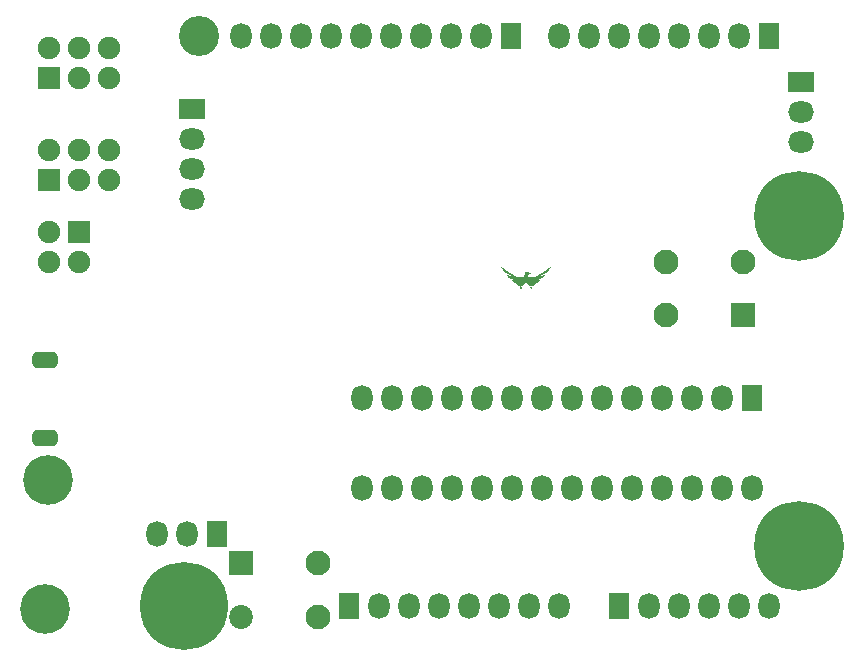
<source format=gbs>
G04*
G04 #@! TF.GenerationSoftware,Altium Limited,Altium Designer,22.11.1 (43)*
G04*
G04 Layer_Color=16711935*
%FSLAX44Y44*%
%MOMM*%
G71*
G04*
G04 #@! TF.SameCoordinates,2AA7A9AF-3E7F-4844-AC60-F76D4B8FDDD6*
G04*
G04*
G04 #@! TF.FilePolarity,Negative*
G04*
G01*
G75*
%ADD57C,3.4000*%
%ADD58C,1.9000*%
%ADD59R,1.9000X1.9000*%
%ADD60O,1.8000X2.2000*%
%ADD61R,1.8000X2.2000*%
%ADD62R,2.2000X1.8000*%
%ADD63O,2.2000X1.8000*%
%ADD64C,4.2040*%
%ADD65C,7.4600*%
%ADD66C,7.6000*%
%ADD67C,2.1000*%
%ADD68R,2.1000X2.1000*%
%ADD69C,2.0200*%
G04:AMPARAMS|DCode=70|XSize=2.2mm|YSize=1.4mm|CornerRadius=0.46mm|HoleSize=0mm|Usage=FLASHONLY|Rotation=0.000|XOffset=0mm|YOffset=0mm|HoleType=Round|Shape=RoundedRectangle|*
%AMROUNDEDRECTD70*
21,1,2.2000,0.4800,0,0,0.0*
21,1,1.2800,1.4000,0,0,0.0*
1,1,0.9200,0.6400,-0.2400*
1,1,0.9200,-0.6400,-0.2400*
1,1,0.9200,-0.6400,0.2400*
1,1,0.9200,0.6400,0.2400*
%
%ADD70ROUNDEDRECTD70*%
G36*
X352439Y309117D02*
X352407Y309148D01*
X352439Y309180D01*
X352470Y309148D01*
X352439Y309117D01*
D02*
G37*
G36*
X366227Y309879D02*
X366386Y309847D01*
X366227Y309816D01*
X366195Y309847D01*
X366227Y309879D01*
D02*
G37*
G36*
X369500Y313914D02*
X369531Y313946D01*
X369563Y313914D01*
X369531Y313882D01*
X369500Y313914D01*
D02*
G37*
G36*
X425774Y294368D02*
X425742Y294336D01*
X425729Y294310D01*
X425709Y294291D01*
X425618Y294251D01*
X425586Y294258D01*
X425599Y294362D01*
X425625Y294427D01*
X425612Y294622D01*
X425586Y294648D01*
X425573Y294674D01*
X425521Y294752D01*
X425508Y294778D01*
X425475Y294823D01*
X425449Y294836D01*
X425410Y294875D01*
X425384Y294888D01*
X425365Y294907D01*
X425352Y294933D01*
X425332Y294953D01*
X425307Y294966D01*
X425216Y295005D01*
X425073Y294992D01*
X425040Y294960D01*
X425014Y294856D01*
X425001Y294674D01*
X424988Y294635D01*
X424956Y294485D01*
X424943Y294420D01*
X424923Y294349D01*
X424910Y294297D01*
X424884Y294206D01*
X424845Y294141D01*
X424826Y294135D01*
X424806Y294154D01*
X424780Y294258D01*
X424761Y294537D01*
X424748Y294602D01*
X424689Y294791D01*
X424644Y295005D01*
X424612Y295050D01*
X424566Y295070D01*
X424462Y295005D01*
X424371Y294953D01*
X424300Y294882D01*
X424287Y294856D01*
X424248Y294765D01*
X424235Y294739D01*
X424170Y294648D01*
X424150Y294563D01*
X424118Y294271D01*
X424085Y294239D01*
X424007Y294251D01*
X423982Y294277D01*
X423955Y294291D01*
X423936Y294310D01*
X423910Y294375D01*
X423832Y294518D01*
X423793Y294609D01*
X423780Y294778D01*
X423793Y295050D01*
X423806Y295089D01*
X423819Y295141D01*
X423852Y295226D01*
X423917Y295369D01*
X423949Y295414D01*
X424624Y296090D01*
X424650Y296155D01*
X424689Y296427D01*
X424702Y296479D01*
X424728Y296544D01*
X424748Y296616D01*
X424761Y296668D01*
X424774Y296733D01*
X424787Y296811D01*
X424800Y296876D01*
X424839Y296980D01*
X424884Y297129D01*
X424910Y297311D01*
X424943Y297395D01*
X424969Y297460D01*
X424988Y297519D01*
X425014Y297623D01*
X425034Y297746D01*
X425047Y297824D01*
X425060Y297876D01*
X425125Y298019D01*
X425138Y298084D01*
X425164Y298253D01*
X425190Y298356D01*
X425222Y298441D01*
X425261Y298571D01*
X425274Y298623D01*
X425294Y298746D01*
X425307Y298798D01*
X425332Y298863D01*
X425378Y299013D01*
X425404Y299168D01*
X425417Y299220D01*
X425521Y299545D01*
X425534Y299636D01*
X425553Y299746D01*
X425599Y299818D01*
X425625Y299883D01*
X425612Y300000D01*
X425592Y300019D01*
X425553Y300006D01*
X425521Y299922D01*
X425508Y299857D01*
X425488Y299824D01*
X425462Y299811D01*
X425404Y299766D01*
X425378Y299675D01*
X425365Y299623D01*
X425313Y299532D01*
X425274Y299493D01*
X425248Y299428D01*
X425216Y299344D01*
X425183Y299311D01*
X425170Y299285D01*
X425144Y299220D01*
X425112Y299136D01*
X425060Y299058D01*
X425040Y299038D01*
X424982Y298876D01*
X424949Y298831D01*
X424923Y298805D01*
X424897Y298740D01*
X424852Y298616D01*
X424819Y298571D01*
X424793Y298545D01*
X424767Y298480D01*
X424754Y298428D01*
X424702Y298337D01*
X424650Y298259D01*
X424637Y298207D01*
X424605Y298123D01*
X424573Y298077D01*
X424547Y298051D01*
X424521Y297986D01*
X424475Y297863D01*
X424456Y297843D01*
X424443Y297817D01*
X424417Y297791D01*
X424391Y297726D01*
X424371Y297655D01*
X424326Y297584D01*
X424300Y297558D01*
X424248Y297441D01*
X424235Y297415D01*
X424157Y297298D01*
X424111Y297174D01*
X424066Y297103D01*
X424040Y297077D01*
X423982Y296915D01*
X423910Y296817D01*
X423891Y296746D01*
X423865Y296681D01*
X423819Y296609D01*
X423780Y296544D01*
X423735Y296421D01*
X423683Y296343D01*
X423663Y296324D01*
X423644Y296252D01*
X423618Y296187D01*
X423553Y296083D01*
X423533Y296038D01*
X423501Y295992D01*
X423449Y295979D01*
X423410Y295992D01*
X423377Y296012D01*
X423364Y296038D01*
X423293Y296109D01*
X423202Y296161D01*
X423137Y296226D01*
X423111Y296239D01*
X423040Y296297D01*
X423007Y296330D01*
X422981Y296343D01*
X422897Y296401D01*
X422884Y296427D01*
X422851Y296460D01*
X422734Y296525D01*
X422657Y296603D01*
X422566Y296655D01*
X422533Y296687D01*
X422527Y296707D01*
X422501Y296720D01*
X422475Y296746D01*
X422449Y296759D01*
X422416Y296778D01*
X422403Y296804D01*
X422384Y296824D01*
X422358Y296837D01*
X422267Y296901D01*
X422202Y296966D01*
X422111Y297019D01*
X422085Y297044D01*
X422059Y297057D01*
X422020Y297096D01*
X421994Y297109D01*
X421922Y297168D01*
X421877Y297213D01*
X421851Y297226D01*
X421780Y297285D01*
X421721Y297343D01*
X421630Y297395D01*
X421565Y297460D01*
X421539Y297473D01*
X421448Y297538D01*
X421384Y297603D01*
X421357Y297616D01*
X421286Y297675D01*
X421254Y297707D01*
X421228Y297720D01*
X421111Y297811D01*
X421085Y297837D01*
X421059Y297850D01*
X420942Y297941D01*
X420916Y297967D01*
X420825Y298019D01*
X420747Y298097D01*
X420721Y298110D01*
X420649Y298168D01*
X420591Y298227D01*
X420500Y298279D01*
X420487Y298305D01*
X420461Y298318D01*
X420422Y298356D01*
X420357Y298395D01*
X420305Y298447D01*
X420279Y298460D01*
X420162Y298551D01*
X420123Y298590D01*
X420097Y298603D01*
X420026Y298662D01*
X419994Y298694D01*
X419967Y298707D01*
X419851Y298798D01*
X419825Y298824D01*
X419799Y298837D01*
X419675Y298922D01*
X419662Y298948D01*
X419545Y299025D01*
X419532Y299051D01*
X419500Y299084D01*
X419474Y299097D01*
X419357Y299188D01*
X419331Y299214D01*
X419240Y299266D01*
X419208Y299285D01*
X419195Y299311D01*
X419175Y299331D01*
X419149Y299344D01*
X419058Y299409D01*
X418993Y299474D01*
X418928Y299513D01*
X418850Y299590D01*
X418785Y299629D01*
X418720Y299694D01*
X418694Y299708D01*
X418604Y299759D01*
X418513Y299850D01*
X418487Y299863D01*
X418415Y299922D01*
X418383Y299954D01*
X418357Y299967D01*
X418285Y300026D01*
X418227Y300084D01*
X418110Y300149D01*
X418045Y300214D01*
X418019Y300227D01*
X417948Y300285D01*
X417902Y300331D01*
X417876Y300344D01*
X417805Y300402D01*
X417759Y300448D01*
X417733Y300461D01*
X417642Y300526D01*
X417577Y300591D01*
X417486Y300643D01*
X417434Y300695D01*
X417408Y300708D01*
X417318Y300773D01*
X417253Y300838D01*
X417227Y300851D01*
X417155Y300909D01*
X417097Y300968D01*
X417006Y301019D01*
X416941Y301084D01*
X416915Y301097D01*
X416824Y301162D01*
X416759Y301227D01*
X416694Y301266D01*
X416629Y301331D01*
X416603Y301344D01*
X416486Y301435D01*
X416460Y301461D01*
X416395Y301500D01*
X416356Y301539D01*
X416330Y301552D01*
X416291Y301591D01*
X416200Y301643D01*
X416135Y301708D01*
X416070Y301747D01*
X416038Y301779D01*
X416025Y301805D01*
X415947Y301883D01*
X415953Y301929D01*
X416045Y301916D01*
X416070Y301890D01*
X416122Y301877D01*
X416213Y301851D01*
X416265Y301838D01*
X416356Y301825D01*
X416434Y301812D01*
X416473Y301799D01*
X416603Y301747D01*
X416688Y301727D01*
X416921Y301688D01*
X416993Y301669D01*
X417084Y301643D01*
X417214Y301604D01*
X417304Y301591D01*
X417356Y301578D01*
X417460Y301565D01*
X417590Y301513D01*
X417681Y301487D01*
X417733Y301474D01*
X417824Y301461D01*
X417934Y301442D01*
X417986Y301429D01*
X418051Y301403D01*
X418201Y301357D01*
X418253Y301344D01*
X418428Y301325D01*
X418493Y301312D01*
X418597Y301273D01*
X418708Y301240D01*
X418759Y301227D01*
X418850Y301214D01*
X419000Y301182D01*
X419227Y301110D01*
X419448Y301071D01*
X419500Y301058D01*
X419578Y301045D01*
X419721Y300980D01*
X419773Y300968D01*
X419981Y300980D01*
X420000Y301000D01*
X419987Y301052D01*
X419967Y301071D01*
X419877Y301097D01*
X419760Y301110D01*
X419636Y301195D01*
X419552Y301227D01*
X419467Y301247D01*
X419415Y301260D01*
X419253Y301344D01*
X419169Y301364D01*
X418954Y301461D01*
X418870Y301481D01*
X418785Y301513D01*
X418694Y301578D01*
X418623Y301597D01*
X418558Y301611D01*
X418493Y301637D01*
X418415Y301688D01*
X418331Y301721D01*
X418233Y301740D01*
X418188Y301760D01*
X418097Y301825D01*
X418013Y301844D01*
X417948Y301857D01*
X417883Y301883D01*
X417850Y301916D01*
X417824Y301929D01*
X417733Y301968D01*
X417649Y301987D01*
X417545Y302026D01*
X417525Y302046D01*
X417434Y302085D01*
X417350Y302104D01*
X417285Y302130D01*
X417240Y302163D01*
X417123Y302215D01*
X417038Y302234D01*
X416973Y302260D01*
X416876Y302318D01*
X416785Y302344D01*
X416733Y302358D01*
X416648Y302390D01*
X416571Y302442D01*
X416512Y302461D01*
X416460Y302474D01*
X416376Y302507D01*
X416298Y302559D01*
X416187Y302591D01*
X416103Y302611D01*
X416038Y302637D01*
X416018Y302656D01*
X415993Y302669D01*
X415902Y302708D01*
X415850Y302721D01*
X415778Y302741D01*
X415700Y302793D01*
X415642Y302825D01*
X415538Y302851D01*
X415466Y302871D01*
X415395Y302916D01*
X415278Y302968D01*
X415168Y302987D01*
X415064Y303052D01*
X415044Y303072D01*
X414888Y303111D01*
X414668Y303215D01*
X414583Y303234D01*
X414518Y303260D01*
X414440Y303312D01*
X414317Y303358D01*
X414245Y303416D01*
X414167Y303494D01*
X414154Y303520D01*
X414025Y303650D01*
X414011Y303676D01*
X413933Y303754D01*
X413921Y303780D01*
X413849Y303851D01*
X413823Y303864D01*
X413771Y303942D01*
X413700Y304014D01*
X413687Y304040D01*
X413615Y304111D01*
X413589Y304124D01*
X413518Y304235D01*
X413323Y304429D01*
X413258Y304546D01*
X413213Y304579D01*
X413141Y304650D01*
X413128Y304676D01*
X413063Y304741D01*
X413024Y304806D01*
X412992Y304839D01*
X412966Y304852D01*
X412920Y304897D01*
X412907Y304923D01*
X412842Y304988D01*
X412829Y305014D01*
X412771Y305085D01*
X412700Y305144D01*
X412608Y305261D01*
X412557Y305313D01*
X412544Y305339D01*
X412440Y305443D01*
X412427Y305469D01*
X412368Y305540D01*
X412297Y305611D01*
X412284Y305637D01*
X412180Y305741D01*
X412167Y305767D01*
X412108Y305839D01*
X412082Y305852D01*
X412018Y305930D01*
X411946Y306001D01*
X411933Y306027D01*
X411829Y306131D01*
X411816Y306183D01*
X411836Y306216D01*
X411965Y306203D01*
X412030Y306177D01*
X412102Y306157D01*
X412186Y306112D01*
X412277Y306086D01*
X412329Y306073D01*
X412414Y306053D01*
X412479Y306027D01*
X412615Y305969D01*
X412700Y305949D01*
X412764Y305936D01*
X412868Y305897D01*
X413005Y305839D01*
X413154Y305806D01*
X413219Y305780D01*
X413290Y305748D01*
X413355Y305722D01*
X413427Y305702D01*
X413505Y305690D01*
X413609Y305651D01*
X413745Y305592D01*
X413830Y305572D01*
X413895Y305560D01*
X413998Y305521D01*
X414109Y305475D01*
X414200Y305449D01*
X414284Y305430D01*
X414349Y305404D01*
X414486Y305345D01*
X414570Y305326D01*
X414635Y305313D01*
X414739Y305274D01*
X414875Y305215D01*
X415025Y305183D01*
X415090Y305157D01*
X415161Y305124D01*
X415226Y305098D01*
X415298Y305079D01*
X415375Y305066D01*
X415427Y305053D01*
X415564Y304981D01*
X415655Y304956D01*
X415707Y304942D01*
X415791Y304923D01*
X415928Y304852D01*
X416031Y304826D01*
X416142Y304806D01*
X416207Y304780D01*
X416226Y304761D01*
X416317Y304722D01*
X416519Y304676D01*
X416584Y304650D01*
X416746Y304579D01*
X416947Y304533D01*
X416993Y304501D01*
X417019Y304475D01*
X417071Y304462D01*
X417162Y304449D01*
X417240Y304475D01*
X417246Y304533D01*
X417201Y304579D01*
X417116Y304598D01*
X417051Y304624D01*
X416980Y304696D01*
X416889Y304735D01*
X416798Y304787D01*
X416720Y304839D01*
X416668Y304852D01*
X416545Y304936D01*
X416473Y304968D01*
X416356Y305033D01*
X416330Y305059D01*
X416239Y305098D01*
X416174Y305137D01*
X416135Y305176D01*
X416109Y305189D01*
X416045Y305215D01*
X415928Y305280D01*
X415889Y305319D01*
X415765Y305365D01*
X415720Y305397D01*
X415681Y305436D01*
X415590Y305475D01*
X415525Y305514D01*
X415434Y305579D01*
X415363Y305599D01*
X415285Y305651D01*
X415271Y305676D01*
X415200Y305709D01*
X415148Y305722D01*
X415083Y305761D01*
X415031Y305813D01*
X414966Y305839D01*
X414849Y305904D01*
X414810Y305943D01*
X414758Y305956D01*
X414641Y306021D01*
X414616Y306047D01*
X414590Y306060D01*
X414421Y306151D01*
X414382Y306190D01*
X414258Y306235D01*
X414213Y306268D01*
X414174Y306306D01*
X414109Y306332D01*
X414018Y306384D01*
X413927Y306449D01*
X413856Y306469D01*
X413810Y306488D01*
X413745Y306553D01*
X413654Y306592D01*
X413589Y306618D01*
X413518Y306677D01*
X413446Y306709D01*
X413330Y306774D01*
X413290Y306813D01*
X413226Y306839D01*
X413135Y306891D01*
X413109Y306917D01*
X413083Y306930D01*
X412992Y306969D01*
X412901Y307021D01*
X412862Y307060D01*
X412771Y307099D01*
X412680Y307151D01*
X412654Y307177D01*
X412563Y307216D01*
X412498Y307255D01*
X412407Y307320D01*
X412323Y307352D01*
X412251Y307398D01*
X412225Y307424D01*
X412199Y307437D01*
X412108Y307476D01*
X412082Y307489D01*
X412011Y307547D01*
X411992Y307567D01*
X411868Y307612D01*
X411823Y307645D01*
X411797Y307670D01*
X411771Y307684D01*
X411706Y307709D01*
X411615Y307761D01*
X411576Y307800D01*
X411550Y307813D01*
X411420Y307865D01*
X411348Y307924D01*
X411193Y308002D01*
X411173Y308021D01*
X411147Y308034D01*
X411121Y308060D01*
X410991Y308112D01*
X410946Y308145D01*
X410939Y308164D01*
X410913Y308177D01*
X410744Y308268D01*
X410718Y308294D01*
X410692Y308307D01*
X410628Y308333D01*
X410511Y308398D01*
X410472Y308437D01*
X410348Y308482D01*
X410303Y308515D01*
X410251Y308567D01*
X410199Y308580D01*
X410114Y308612D01*
X410056Y308671D01*
X409965Y308723D01*
X409933Y308755D01*
X409881Y308846D01*
X409829Y308924D01*
X409796Y309009D01*
X409731Y309112D01*
X409634Y309288D01*
X409582Y309366D01*
X409543Y309470D01*
X409484Y309541D01*
X409439Y309652D01*
X409400Y309716D01*
X409374Y309742D01*
X409361Y309768D01*
X409335Y309794D01*
X409322Y309846D01*
X409290Y309931D01*
X409218Y310002D01*
X409192Y310067D01*
X409173Y310139D01*
X409140Y310184D01*
X409101Y310223D01*
X409049Y310353D01*
X409036Y310379D01*
X409010Y310405D01*
X409004Y310424D01*
X408984Y310431D01*
X408971Y310457D01*
X408932Y310548D01*
X408880Y310639D01*
X408828Y310717D01*
X408796Y310801D01*
X408744Y310879D01*
X408725Y310898D01*
X408685Y310989D01*
X408633Y311080D01*
X408595Y311119D01*
X408549Y311243D01*
X408517Y311288D01*
X408491Y311314D01*
X408478Y311340D01*
X408439Y311431D01*
X408387Y311522D01*
X408348Y311561D01*
X408322Y311626D01*
X408309Y311678D01*
X408257Y311769D01*
X408205Y311821D01*
X408159Y311944D01*
X408101Y312003D01*
X408062Y312094D01*
X408030Y312178D01*
X407984Y312224D01*
X407932Y312341D01*
X407919Y312367D01*
X407861Y312438D01*
X407828Y312509D01*
X407796Y312594D01*
X407750Y312639D01*
X407737Y312665D01*
X407685Y312782D01*
X407646Y312847D01*
X407594Y312899D01*
X407568Y312990D01*
X407516Y313081D01*
X407464Y313133D01*
X407445Y313217D01*
X407380Y313321D01*
X407360Y313341D01*
X407347Y313367D01*
X407257Y313536D01*
X407218Y313562D01*
X407192Y313626D01*
X407179Y313678D01*
X407185Y313724D01*
X407263Y313711D01*
X407309Y313678D01*
X407322Y313652D01*
X407380Y313581D01*
X407406Y313555D01*
X407432Y313542D01*
X407464Y313510D01*
X407477Y313484D01*
X407542Y313419D01*
X407555Y313393D01*
X407653Y313295D01*
X407679Y313282D01*
X408276Y312685D01*
X408302Y312672D01*
X408406Y312568D01*
X408432Y312555D01*
X408504Y312496D01*
X408692Y312308D01*
X408718Y312295D01*
X408796Y312217D01*
X408822Y312204D01*
X408848Y312178D01*
X408874Y312165D01*
X408919Y312120D01*
X408932Y312094D01*
X408952Y312074D01*
X408978Y312061D01*
X409049Y312003D01*
X409108Y311944D01*
X409134Y311931D01*
X409179Y311886D01*
X409192Y311860D01*
X409225Y311827D01*
X409315Y311775D01*
X409335Y311756D01*
X409348Y311730D01*
X409393Y311697D01*
X409465Y311639D01*
X409523Y311581D01*
X409549Y311568D01*
X409575Y311542D01*
X409601Y311529D01*
X409666Y311464D01*
X409692Y311451D01*
X409777Y311392D01*
X409790Y311366D01*
X409835Y311321D01*
X409900Y311282D01*
X409978Y311204D01*
X410004Y311191D01*
X410075Y311132D01*
X410121Y311087D01*
X410147Y311074D01*
X410270Y310989D01*
X410277Y310970D01*
X410303Y310957D01*
X410394Y310892D01*
X410472Y310814D01*
X410537Y310775D01*
X410569Y310743D01*
X410576Y310723D01*
X410602Y310710D01*
X410692Y310645D01*
X410712Y310639D01*
X410725Y310613D01*
X410744Y310593D01*
X410770Y310580D01*
X410887Y310489D01*
X410913Y310463D01*
X410939Y310450D01*
X411030Y310385D01*
X411082Y310333D01*
X411173Y310282D01*
X411238Y310217D01*
X411264Y310204D01*
X411387Y310119D01*
X411420Y310087D01*
X411446Y310074D01*
X411537Y310009D01*
X411589Y309957D01*
X411615Y309944D01*
X411732Y309853D01*
X411758Y309827D01*
X411810Y309814D01*
X411881Y309755D01*
X411914Y309723D01*
X411940Y309710D01*
X412030Y309645D01*
X412095Y309580D01*
X412212Y309515D01*
X412264Y309463D01*
X412381Y309398D01*
X412446Y309333D01*
X412563Y309268D01*
X412615Y309216D01*
X412758Y309138D01*
X412810Y309086D01*
X412927Y309021D01*
X412992Y308957D01*
X413083Y308904D01*
X413122Y308866D01*
X413148Y308853D01*
X413265Y308788D01*
X413330Y308723D01*
X413472Y308645D01*
X413524Y308593D01*
X413589Y308567D01*
X413615Y308554D01*
X413687Y308495D01*
X413719Y308463D01*
X413836Y308398D01*
X413862Y308372D01*
X413888Y308359D01*
X414005Y308294D01*
X414037Y308274D01*
X414050Y308249D01*
X414070Y308229D01*
X414096Y308216D01*
X414239Y308138D01*
X414278Y308099D01*
X414421Y308021D01*
X414473Y307969D01*
X414564Y307930D01*
X414590Y307917D01*
X414661Y307859D01*
X414680Y307839D01*
X414745Y307813D01*
X414810Y307774D01*
X414849Y307735D01*
X414875Y307722D01*
X415018Y307645D01*
X415070Y307593D01*
X415155Y307560D01*
X415233Y307508D01*
X415265Y307476D01*
X415408Y307398D01*
X415447Y307359D01*
X415642Y307255D01*
X415681Y307216D01*
X415746Y307190D01*
X415837Y307138D01*
X415876Y307099D01*
X415941Y307073D01*
X416031Y307021D01*
X416083Y306969D01*
X416168Y306936D01*
X416213Y306917D01*
X416285Y306859D01*
X416304Y306839D01*
X416389Y306807D01*
X416460Y306761D01*
X416486Y306735D01*
X416512Y306722D01*
X416603Y306683D01*
X416629Y306670D01*
X416701Y306612D01*
X416720Y306592D01*
X416843Y306547D01*
X416889Y306514D01*
X416941Y306462D01*
X417012Y306443D01*
X417084Y306397D01*
X417175Y306332D01*
X417246Y306313D01*
X417318Y306268D01*
X417356Y306229D01*
X417421Y306203D01*
X417506Y306170D01*
X417577Y306099D01*
X417642Y306073D01*
X417714Y306053D01*
X417733Y306034D01*
X417759Y306021D01*
X417811Y305969D01*
X417934Y305923D01*
X418013Y305858D01*
X418084Y305826D01*
X418168Y305793D01*
X418188Y305774D01*
X418214Y305761D01*
X418240Y305735D01*
X418331Y305696D01*
X418422Y305644D01*
X418448Y305618D01*
X418539Y305579D01*
X418623Y305547D01*
X418681Y305488D01*
X418708Y305475D01*
X418772Y305449D01*
X418857Y305417D01*
X418902Y305384D01*
X418928Y305358D01*
X418993Y305332D01*
X419110Y305267D01*
X419149Y305228D01*
X419240Y305202D01*
X419324Y305170D01*
X419357Y305137D01*
X419383Y305124D01*
X419409Y305098D01*
X419480Y305079D01*
X419584Y305014D01*
X419617Y304981D01*
X419682Y304956D01*
X419753Y304936D01*
X419825Y304891D01*
X419903Y304839D01*
X419987Y304819D01*
X420091Y304754D01*
X420110Y304735D01*
X420273Y304676D01*
X420351Y304624D01*
X420370Y304605D01*
X420552Y304540D01*
X420604Y304488D01*
X420721Y304436D01*
X420786Y304397D01*
X420864Y304345D01*
X421000Y304312D01*
X421072Y304267D01*
X421150Y304215D01*
X421234Y304196D01*
X421338Y304131D01*
X421357Y304111D01*
X421520Y304053D01*
X421598Y304001D01*
X421617Y303981D01*
X421747Y303942D01*
X421864Y303877D01*
X421929Y303851D01*
X422020Y303838D01*
X422189Y303851D01*
X426950Y303845D01*
X427015Y303871D01*
X427054Y303910D01*
X427132Y304079D01*
X427164Y304228D01*
X427229Y304371D01*
X427262Y304455D01*
X427275Y304507D01*
X427294Y304592D01*
X427365Y304754D01*
X427391Y304845D01*
X427404Y304897D01*
X427417Y304975D01*
X427482Y305079D01*
X427508Y305170D01*
X427534Y305274D01*
X427554Y305345D01*
X427625Y305482D01*
X427645Y305566D01*
X427658Y305644D01*
X427671Y305696D01*
X427697Y305761D01*
X427716Y305780D01*
X427729Y305806D01*
X427768Y305897D01*
X427781Y306001D01*
X427872Y306196D01*
X427885Y306248D01*
X427898Y306339D01*
X427911Y306391D01*
X428015Y306612D01*
X428035Y306709D01*
X428060Y306774D01*
X428119Y306910D01*
X428132Y306963D01*
X428164Y307099D01*
X428190Y307164D01*
X428262Y307326D01*
X428294Y307463D01*
X428314Y307508D01*
X428366Y307625D01*
X428392Y307716D01*
X428424Y307852D01*
X428496Y308002D01*
X428535Y308158D01*
X428567Y308242D01*
X428625Y308340D01*
X428638Y308391D01*
X428658Y308476D01*
X428690Y308521D01*
X428697Y308528D01*
X428729Y308495D01*
X428742Y308443D01*
X428716Y308028D01*
X428729Y307547D01*
X428723Y298928D01*
X428729Y298818D01*
X428671Y298746D01*
X428554Y298655D01*
X428515Y298616D01*
X428424Y298564D01*
X428359Y298499D01*
X428242Y298434D01*
X428216Y298395D01*
X428190Y298382D01*
X428099Y298330D01*
X428035Y298265D01*
X428008Y298253D01*
X427918Y298201D01*
X427840Y298123D01*
X427749Y298071D01*
X427684Y298006D01*
X427541Y297928D01*
X427476Y297863D01*
X427411Y297824D01*
X427359Y297772D01*
X427333Y297759D01*
X427242Y297707D01*
X427190Y297655D01*
X427164Y297642D01*
X427138Y297616D01*
X427047Y297564D01*
X426982Y297499D01*
X426891Y297447D01*
X426826Y297382D01*
X426710Y297317D01*
X426645Y297252D01*
X426528Y297187D01*
X426463Y297122D01*
X426346Y297057D01*
X426294Y297006D01*
X426268Y296992D01*
X426177Y296928D01*
X426151Y296901D01*
X426125Y296889D01*
X426002Y296804D01*
X425982Y296772D01*
X425956Y296759D01*
X425865Y296707D01*
X425800Y296642D01*
X425664Y296570D01*
X425651Y296544D01*
X425618Y296512D01*
X425592Y296499D01*
X425501Y296434D01*
X425449Y296382D01*
X425307Y296304D01*
X425255Y296252D01*
X425229Y296239D01*
X425138Y296174D01*
X425099Y296135D01*
X425008Y296083D01*
X424988Y296064D01*
X425001Y295986D01*
X425073Y295914D01*
X425099Y295901D01*
X425164Y295836D01*
X425190Y295823D01*
X425267Y295745D01*
X425294Y295732D01*
X425365Y295674D01*
X425391Y295648D01*
X425397Y295629D01*
X425423Y295616D01*
X425521Y295544D01*
X425534Y295518D01*
X425566Y295486D01*
X425592Y295473D01*
X425664Y295414D01*
X425696Y295382D01*
X425722Y295369D01*
X425794Y295297D01*
X425807Y295271D01*
X425846Y295232D01*
X425872Y295167D01*
X425885Y295115D01*
X425898Y295025D01*
X425885Y294570D01*
X425859Y294505D01*
X425846Y294479D01*
X425781Y294388D01*
Y294375D01*
X425774Y294368D01*
D02*
G37*
G36*
X443389Y305345D02*
X443415Y305358D01*
X443558Y305423D01*
X443681Y305443D01*
X443733Y305456D01*
X443870Y305527D01*
X443974Y305553D01*
X444064Y305566D01*
X444149Y305599D01*
X444246Y305657D01*
X444331Y305676D01*
X444474Y305702D01*
X444539Y305728D01*
X444558Y305748D01*
X444584Y305761D01*
X444649Y305787D01*
X444701Y305800D01*
X444792Y305813D01*
X444844Y305826D01*
X445039Y305917D01*
X445195Y305943D01*
X445279Y305975D01*
X445299Y305995D01*
X445389Y306034D01*
X445493Y306060D01*
X445610Y306073D01*
X445701Y306138D01*
X445753Y306151D01*
X445844Y306190D01*
X445935Y306177D01*
X445942Y306131D01*
X445883Y306073D01*
X445857Y306060D01*
X445721Y305923D01*
X445708Y305897D01*
X445682Y305871D01*
X445669Y305845D01*
X445649Y305826D01*
X445623Y305813D01*
X445604Y305793D01*
X445591Y305767D01*
X445565Y305741D01*
X445552Y305715D01*
X445461Y305625D01*
X445448Y305599D01*
X445422Y305572D01*
X445409Y305547D01*
X445318Y305456D01*
X445279Y305391D01*
X445188Y305300D01*
X445175Y305274D01*
X445143Y305241D01*
X445117Y305228D01*
X445084Y305196D01*
X445071Y305170D01*
X445013Y305098D01*
X444954Y305040D01*
X444941Y305014D01*
X444909Y304981D01*
X444883Y304968D01*
X444837Y304923D01*
X444798Y304858D01*
X444720Y304780D01*
X444707Y304754D01*
X444675Y304722D01*
X444649Y304709D01*
X444591Y304650D01*
X444539Y304559D01*
X444370Y304390D01*
X444357Y304364D01*
X444266Y304247D01*
X444233Y304215D01*
X444214Y304209D01*
X444201Y304183D01*
X444110Y304092D01*
X444097Y304066D01*
X444039Y303994D01*
X443999Y303955D01*
X443980Y303949D01*
X443967Y303923D01*
X443941Y303897D01*
X443928Y303871D01*
X443837Y303780D01*
X443824Y303754D01*
X443707Y303637D01*
X443694Y303611D01*
X443590Y303507D01*
X443577Y303481D01*
X443551Y303455D01*
X443538Y303429D01*
X443493Y303384D01*
X443311Y303319D01*
X443233Y303267D01*
X443142Y303241D01*
X443058Y303221D01*
X442993Y303195D01*
X442973Y303176D01*
X442947Y303163D01*
X442921Y303137D01*
X442850Y303117D01*
X442746Y303091D01*
X442681Y303065D01*
X442622Y303020D01*
X442558Y302994D01*
X442506Y302981D01*
X442428Y302968D01*
X442337Y302903D01*
X442272Y302877D01*
X442220Y302864D01*
X442135Y302845D01*
X442090Y302825D01*
X441999Y302760D01*
X441908Y302734D01*
X441824Y302715D01*
X441778Y302695D01*
X441700Y302643D01*
X441609Y302617D01*
X441557Y302604D01*
X441473Y302572D01*
X441337Y302500D01*
X441233Y302474D01*
X441142Y302422D01*
X441116Y302396D01*
X441025Y302370D01*
X440940Y302351D01*
X440875Y302325D01*
X440778Y302267D01*
X440706Y302247D01*
X440602Y302221D01*
X440544Y302176D01*
X440518Y302163D01*
X440427Y302124D01*
X440291Y302091D01*
X440187Y302026D01*
X440102Y301994D01*
X440005Y301974D01*
X439940Y301948D01*
X439908Y301916D01*
X439882Y301903D01*
X439791Y301864D01*
X439693Y301844D01*
X439648Y301825D01*
X439622Y301799D01*
X439596Y301786D01*
X439505Y301747D01*
X439414Y301734D01*
X439329Y301702D01*
X439252Y301649D01*
X439232Y301630D01*
X439161Y301611D01*
X439096Y301597D01*
X439031Y301572D01*
X439011Y301552D01*
X438985Y301539D01*
X438894Y301500D01*
X438790Y301474D01*
X438570Y301370D01*
X438485Y301351D01*
X438381Y301286D01*
X438297Y301253D01*
X438186Y301234D01*
X438121Y301208D01*
X438089Y301175D01*
X437998Y301136D01*
X437946Y301123D01*
X437842Y301110D01*
X437771Y301052D01*
X437732Y300987D01*
X437712Y300968D01*
X437621Y300954D01*
X437550Y300922D01*
X437563Y300883D01*
X437621Y300864D01*
X437725Y300877D01*
X437764Y300916D01*
X437868Y300942D01*
X438102Y300954D01*
X438271Y301032D01*
X438323Y301045D01*
X438479Y301071D01*
X438628Y301104D01*
X438732Y301143D01*
X438842Y301175D01*
X438894Y301188D01*
X439135Y301221D01*
X439187Y301234D01*
X439252Y301260D01*
X439323Y301292D01*
X439427Y301318D01*
X439602Y301338D01*
X439654Y301351D01*
X439758Y301390D01*
X439843Y301422D01*
X439895Y301435D01*
X439986Y301448D01*
X440148Y301468D01*
X440213Y301481D01*
X440356Y301546D01*
X440421Y301559D01*
X440596Y301578D01*
X440648Y301591D01*
X440719Y301611D01*
X440895Y301682D01*
X441174Y301714D01*
X441239Y301727D01*
X441414Y301799D01*
X441538Y301818D01*
X441590Y301831D01*
X441655Y301844D01*
X441726Y301851D01*
X441733Y301805D01*
X441674Y301734D01*
X441648Y301721D01*
X441577Y301663D01*
X441557Y301643D01*
X441531Y301630D01*
X441460Y301572D01*
X441401Y301513D01*
X441311Y301461D01*
X441233Y301383D01*
X441207Y301370D01*
X441116Y301305D01*
X441064Y301253D01*
X441038Y301240D01*
X440966Y301182D01*
X440908Y301123D01*
X440882Y301110D01*
X440810Y301052D01*
X440765Y301007D01*
X440739Y300993D01*
X440667Y300935D01*
X440622Y300889D01*
X440596Y300877D01*
X440505Y300812D01*
X440440Y300747D01*
X440375Y300708D01*
X440284Y300617D01*
X440258Y300604D01*
X440200Y300558D01*
X440187Y300532D01*
X440076Y300461D01*
X440044Y300441D01*
X440031Y300415D01*
X439953Y300364D01*
X439882Y300318D01*
X439862Y300299D01*
X439849Y300273D01*
X439732Y300195D01*
X439719Y300169D01*
X439674Y300123D01*
X439609Y300084D01*
X439531Y300006D01*
X439440Y299954D01*
X439375Y299889D01*
X439284Y299837D01*
X439206Y299759D01*
X439180Y299746D01*
X439109Y299688D01*
X439037Y299617D01*
X438972Y299578D01*
X438894Y299500D01*
X438803Y299448D01*
X438738Y299383D01*
X438647Y299331D01*
X438557Y299240D01*
X438492Y299201D01*
X438472Y299181D01*
X438459Y299155D01*
X438427Y299123D01*
X438362Y299084D01*
X438284Y299006D01*
X438193Y298954D01*
X438154Y298915D01*
X438128Y298902D01*
X438102Y298876D01*
X438076Y298863D01*
X438004Y298805D01*
X437946Y298746D01*
X437881Y298707D01*
X437803Y298629D01*
X437777Y298616D01*
X437706Y298558D01*
X437647Y298499D01*
X437556Y298447D01*
X437504Y298395D01*
X437478Y298382D01*
X437407Y298324D01*
X437349Y298265D01*
X437323Y298253D01*
X437238Y298194D01*
X437225Y298168D01*
X437193Y298136D01*
X437167Y298123D01*
X437095Y298064D01*
X437050Y298019D01*
X436959Y297967D01*
X436920Y297928D01*
X436894Y297915D01*
X436855Y297876D01*
X436790Y297837D01*
X436712Y297759D01*
X436686Y297746D01*
X436614Y297687D01*
X436556Y297629D01*
X436530Y297616D01*
X436459Y297558D01*
X436413Y297512D01*
X436322Y297460D01*
X436257Y297395D01*
X436140Y297330D01*
X436075Y297265D01*
X435984Y297213D01*
X435952Y297181D01*
X435946Y297161D01*
X435919Y297148D01*
X435829Y297096D01*
X435757Y297038D01*
X435725Y297006D01*
X435634Y296954D01*
X435569Y296889D01*
X435478Y296837D01*
X435413Y296772D01*
X435296Y296707D01*
X435231Y296642D01*
X435140Y296590D01*
X435088Y296538D01*
X435062Y296525D01*
X434939Y296440D01*
X434893Y296395D01*
X434776Y296330D01*
X434744Y296285D01*
X434646Y296226D01*
X434621Y296213D01*
X434556Y296148D01*
X434439Y296083D01*
X434406Y296038D01*
X434374Y296005D01*
X434283Y296018D01*
X434263Y296038D01*
X434250Y296090D01*
X434198Y296181D01*
X434172Y296207D01*
X434146Y296271D01*
X434127Y296356D01*
X434075Y296434D01*
X434043Y296466D01*
X434016Y296557D01*
X433984Y296642D01*
X433938Y296687D01*
X433926Y296713D01*
X433900Y296778D01*
X433854Y296901D01*
X433796Y296960D01*
X433770Y297051D01*
X433737Y297135D01*
X433718Y297155D01*
X433705Y297181D01*
X433666Y297220D01*
X433640Y297311D01*
X433607Y297395D01*
X433549Y297454D01*
X433490Y297616D01*
X433458Y297649D01*
X433445Y297675D01*
X433419Y297700D01*
X433393Y297765D01*
X433380Y297817D01*
X433289Y297947D01*
X433276Y297999D01*
X433244Y298084D01*
X433211Y298129D01*
X433185Y298155D01*
X433159Y298220D01*
X433146Y298272D01*
X433081Y298389D01*
X433055Y298415D01*
X433029Y298480D01*
X433016Y298532D01*
X432964Y298623D01*
X432912Y298701D01*
X432893Y298772D01*
X432867Y298837D01*
X432834Y298883D01*
X432808Y298909D01*
X432782Y298974D01*
X432769Y299025D01*
X432717Y299116D01*
X432665Y299194D01*
X432640Y299285D01*
X432588Y299376D01*
X432562Y299402D01*
X432497Y299584D01*
X432458Y299623D01*
X432445Y299649D01*
X432406Y299740D01*
X432373Y299824D01*
X432347Y299850D01*
X432321Y299863D01*
X432276Y299909D01*
X432256Y299993D01*
X432243Y300045D01*
X432204Y300097D01*
X432165Y300084D01*
X432133Y300052D01*
X432120Y299961D01*
X432133Y299857D01*
X432211Y299779D01*
X432230Y299578D01*
X432256Y299474D01*
X432295Y299370D01*
X432341Y299220D01*
X432354Y299168D01*
X432373Y299045D01*
X432386Y298980D01*
X432425Y298876D01*
X432458Y298792D01*
X432471Y298701D01*
X432484Y298649D01*
X432497Y298545D01*
X432575Y298350D01*
X432588Y298298D01*
X432601Y298207D01*
X432620Y298084D01*
X432633Y298019D01*
X432685Y297889D01*
X432705Y297869D01*
X432724Y297785D01*
X432737Y297655D01*
X432750Y297590D01*
X432763Y297538D01*
X432815Y297408D01*
X432834Y297350D01*
X432847Y297298D01*
X432860Y297207D01*
X432873Y297103D01*
X432951Y296908D01*
X432964Y296856D01*
X432977Y296765D01*
X433010Y296616D01*
X433042Y296505D01*
X433055Y296427D01*
X433081Y296362D01*
X433094Y296311D01*
X433114Y296135D01*
X433133Y296116D01*
X433146Y296090D01*
X433192Y296057D01*
X433224Y296012D01*
X433244Y295979D01*
X433270Y295966D01*
X433672Y295564D01*
X433692Y295557D01*
X433705Y295531D01*
X433848Y295388D01*
X433867Y295317D01*
X433893Y295252D01*
X433965Y295089D01*
X433978Y294960D01*
X433965Y294921D01*
X433951Y294557D01*
X433861Y294414D01*
X433848Y294362D01*
X433809Y294297D01*
X433789Y294277D01*
X433724Y294251D01*
X433692Y294271D01*
X433679Y294362D01*
X433666Y294492D01*
X433653Y294531D01*
X433640Y294622D01*
X433627Y294674D01*
X433614Y294700D01*
X433562Y294752D01*
X433549Y294778D01*
X433484Y294895D01*
X433458Y294921D01*
X433451Y294940D01*
X433425Y294953D01*
X433373Y295005D01*
X433231Y295070D01*
X433140Y295057D01*
X433107Y294986D01*
X433088Y294862D01*
X433062Y294758D01*
X433042Y294687D01*
X433016Y294583D01*
X432990Y294362D01*
X432971Y294213D01*
X432945Y294174D01*
X432919Y294187D01*
X432899Y294206D01*
X432886Y294297D01*
X432873Y294349D01*
X432860Y294544D01*
X432834Y294609D01*
X432795Y294739D01*
X432782Y294791D01*
X432763Y294979D01*
X432743Y295025D01*
X432711Y295057D01*
X432620Y295044D01*
X432529Y295005D01*
X432464Y294979D01*
X432393Y294921D01*
X432360Y294888D01*
X432334Y294875D01*
X432263Y294817D01*
X432146Y294570D01*
X432139Y294511D01*
X432152Y294407D01*
X432165Y294355D01*
X432172Y294297D01*
X432126Y294291D01*
X432055Y294349D01*
X432029Y294375D01*
X432016Y294401D01*
X431964Y294492D01*
X431925Y294557D01*
X431899Y294661D01*
X431886Y294933D01*
X431899Y294972D01*
X431912Y295141D01*
X432023Y295304D01*
X432061Y295343D01*
X432087Y295356D01*
X432133Y295388D01*
X432146Y295414D01*
X432191Y295460D01*
X432256Y295499D01*
X432334Y295576D01*
X432360Y295590D01*
X432464Y295693D01*
X432490Y295706D01*
X432562Y295765D01*
X432607Y295810D01*
X432633Y295823D01*
X432724Y295888D01*
X432769Y295934D01*
X432782Y295960D01*
X432808Y296025D01*
X432795Y296090D01*
X432763Y296122D01*
X432672Y296174D01*
X432607Y296239D01*
X432516Y296291D01*
X432451Y296356D01*
X432360Y296408D01*
X432289Y296466D01*
X432178Y296525D01*
X432087Y296616D01*
X431996Y296668D01*
X431931Y296733D01*
X431867Y296759D01*
X431841Y296772D01*
X431763Y296850D01*
X431646Y296915D01*
X431594Y296980D01*
X431477Y297044D01*
X431412Y297109D01*
X431347Y297135D01*
X431321Y297148D01*
X431230Y297239D01*
X431139Y297291D01*
X431074Y297356D01*
X430983Y297408D01*
X430957Y297434D01*
X430931Y297447D01*
X430905Y297473D01*
X430788Y297538D01*
X430769Y297558D01*
X430756Y297584D01*
X430658Y297642D01*
X430633Y297655D01*
X430600Y297687D01*
X430594Y297707D01*
X430568Y297720D01*
X430451Y297785D01*
X430386Y297850D01*
X430295Y297902D01*
X430217Y297980D01*
X430100Y298045D01*
X430035Y298110D01*
X429970Y298136D01*
X429899Y298194D01*
X429853Y298239D01*
X429762Y298291D01*
X429697Y298356D01*
X429606Y298408D01*
X429554Y298460D01*
X429437Y298525D01*
X429405Y298545D01*
X429392Y298571D01*
X429372Y298590D01*
X429347Y298603D01*
X429236Y298675D01*
X429223Y298701D01*
X429204Y298720D01*
X429178Y298733D01*
X429132Y298779D01*
X429119Y298831D01*
X429126Y308372D01*
X429113Y308424D01*
X429106Y308495D01*
X429139Y308541D01*
X429217Y308554D01*
X429333Y308489D01*
X429424Y308450D01*
X429515Y308437D01*
X429665Y308404D01*
X429814Y308333D01*
X429918Y308307D01*
X430022Y308294D01*
X430243Y308190D01*
X430366Y308171D01*
X430418Y308158D01*
X430522Y308119D01*
X430633Y308073D01*
X430685Y308060D01*
X430775Y308047D01*
X430827Y308034D01*
X431022Y307943D01*
X431074Y307930D01*
X431178Y307917D01*
X431243Y307878D01*
X431321Y307826D01*
X431412Y307813D01*
X431464Y307800D01*
X431542Y307787D01*
X431659Y307722D01*
X431724Y307696D01*
X431776Y307684D01*
X431873Y307664D01*
X432061Y307567D01*
X432198Y307534D01*
X432243Y307502D01*
X432282Y307463D01*
X432347Y307437D01*
X432432Y307417D01*
X432477Y307385D01*
X432542Y307320D01*
X432659Y307255D01*
X432834Y307079D01*
X432860Y306989D01*
X432847Y306807D01*
X432834Y306768D01*
X432821Y306742D01*
X432756Y306651D01*
X432743Y306508D01*
X432698Y306462D01*
X432659Y306475D01*
X432581Y306631D01*
X432555Y306644D01*
X432529Y306670D01*
X432464Y306696D01*
X432399Y306709D01*
X432360Y306696D01*
X432087Y306683D01*
X432023Y306657D01*
X431931Y306631D01*
X431828Y306605D01*
X431704Y306586D01*
X431639Y306560D01*
X431529Y306501D01*
X431405Y306456D01*
X431386Y306436D01*
X431360Y306423D01*
X431308Y306371D01*
X431191Y306306D01*
X431126Y306242D01*
X431035Y306190D01*
X431016Y306170D01*
X431003Y306144D01*
X430964Y306105D01*
X430957Y306086D01*
X430931Y306073D01*
X430886Y306027D01*
X430873Y306001D01*
X430821Y305910D01*
X430756Y305845D01*
X430717Y305754D01*
X430678Y305690D01*
X430652Y305664D01*
X430639Y305637D01*
X430613Y305572D01*
X430594Y305475D01*
X430574Y305430D01*
X430496Y305261D01*
X430477Y305098D01*
X430464Y305020D01*
X430451Y304916D01*
X430405Y304806D01*
X430418Y304702D01*
X430444Y304676D01*
X430470Y304585D01*
X430483Y304533D01*
X430496Y304429D01*
X430600Y304209D01*
X430620Y304098D01*
X430645Y304033D01*
X430698Y303955D01*
X430723Y303890D01*
X430762Y303838D01*
X430814Y303825D01*
X430879Y303812D01*
X430918Y303825D01*
X435919Y303838D01*
X435946Y303864D01*
X435971Y303877D01*
X436011Y303916D01*
X436101Y303942D01*
X436173Y303962D01*
X436218Y303994D01*
X436296Y304046D01*
X436381Y304066D01*
X436446Y304092D01*
X436465Y304111D01*
X436491Y304124D01*
X436530Y304163D01*
X436582Y304176D01*
X436706Y304222D01*
X436764Y304280D01*
X436894Y304319D01*
X436985Y304371D01*
X437024Y304410D01*
X437115Y304436D01*
X437199Y304468D01*
X437244Y304514D01*
X437271Y304527D01*
X437336Y304553D01*
X437387Y304566D01*
X437478Y304618D01*
X437517Y304657D01*
X437608Y304683D01*
X437693Y304715D01*
X437712Y304735D01*
X437738Y304748D01*
X437777Y304787D01*
X437868Y304813D01*
X437959Y304865D01*
X438011Y304916D01*
X438063Y304930D01*
X438167Y304968D01*
X438238Y305027D01*
X438323Y305059D01*
X438394Y305079D01*
X438440Y305111D01*
X438466Y305137D01*
X438492Y305150D01*
X438582Y305189D01*
X438674Y305241D01*
X438713Y305280D01*
X438777Y305306D01*
X438829Y305319D01*
X438946Y305384D01*
X438972Y305410D01*
X438998Y305423D01*
X439063Y305449D01*
X439128Y305488D01*
X439206Y305540D01*
X439329Y305585D01*
X439401Y305657D01*
X439466Y305683D01*
X439537Y305702D01*
X439583Y305735D01*
X439635Y305787D01*
X439700Y305813D01*
X439771Y305832D01*
X439817Y305865D01*
X439895Y305917D01*
X439959Y305943D01*
X440051Y305995D01*
X440089Y306034D01*
X440154Y306060D01*
X440271Y306125D01*
X440297Y306151D01*
X440362Y306177D01*
X440447Y306209D01*
X440518Y306280D01*
X440583Y306306D01*
X440700Y306371D01*
X440726Y306397D01*
X440817Y306436D01*
X440882Y306462D01*
X440908Y306488D01*
X440934Y306501D01*
X440973Y306540D01*
X441057Y306573D01*
X441135Y306625D01*
X441168Y306657D01*
X441233Y306683D01*
X441324Y306735D01*
X441362Y306774D01*
X441427Y306800D01*
X441512Y306833D01*
X441557Y306865D01*
X441609Y306917D01*
X441713Y306956D01*
X441785Y307014D01*
X441843Y307047D01*
X441934Y307099D01*
X441973Y307138D01*
X441999Y307151D01*
X442090Y307190D01*
X442155Y307229D01*
X442207Y307281D01*
X442272Y307307D01*
X442363Y307359D01*
X442402Y307398D01*
X442571Y307489D01*
X442609Y307528D01*
X442674Y307554D01*
X442739Y307593D01*
X442804Y307658D01*
X442928Y307703D01*
X442973Y307735D01*
X443012Y307787D01*
X443136Y307833D01*
X443181Y307865D01*
X443220Y307904D01*
X443246Y307917D01*
X443337Y307969D01*
X443402Y308034D01*
X443532Y308086D01*
X443597Y308151D01*
X443623Y308164D01*
X443740Y308229D01*
X443792Y308281D01*
X443935Y308359D01*
X443987Y308411D01*
X444103Y308476D01*
X444155Y308528D01*
X444220Y308554D01*
X444285Y308593D01*
X444337Y308645D01*
X444363Y308658D01*
X444480Y308723D01*
X444532Y308775D01*
X444675Y308853D01*
X444727Y308904D01*
X444844Y308969D01*
X444922Y309047D01*
X445006Y309080D01*
X445052Y309112D01*
X445091Y309151D01*
X445117Y309164D01*
X445208Y309216D01*
X445227Y309236D01*
X445240Y309262D01*
X445260Y309281D01*
X445377Y309346D01*
X445428Y309398D01*
X445545Y309463D01*
X445597Y309515D01*
X445623Y309528D01*
X445714Y309580D01*
X445792Y309658D01*
X445909Y309723D01*
X445961Y309775D01*
X446078Y309840D01*
X446110Y309872D01*
X446123Y309898D01*
X446253Y309976D01*
X446273Y310009D01*
X446299Y310022D01*
X446390Y310074D01*
X446468Y310152D01*
X446559Y310204D01*
X446637Y310282D01*
X446662Y310294D01*
X446753Y310359D01*
X446792Y310398D01*
X446818Y310411D01*
X446909Y310476D01*
X446961Y310528D01*
X447078Y310593D01*
X447111Y310639D01*
X447130Y310658D01*
X447156Y310671D01*
X447253Y310743D01*
X447260Y310762D01*
X447286Y310775D01*
X447409Y310860D01*
X447455Y310905D01*
X447481Y310918D01*
X447552Y310977D01*
X447611Y311035D01*
X447702Y311087D01*
X447721Y311106D01*
X447734Y311132D01*
X447767Y311165D01*
X447793Y311178D01*
X447864Y311236D01*
X447897Y311269D01*
X447923Y311282D01*
X447994Y311340D01*
X448052Y311399D01*
X448078Y311412D01*
X448150Y311470D01*
X448195Y311516D01*
X448221Y311529D01*
X448332Y311613D01*
X448345Y311639D01*
X448364Y311658D01*
X448390Y311672D01*
X448462Y311730D01*
X448533Y311801D01*
X448559Y311814D01*
X448650Y311905D01*
X448676Y311918D01*
X448702Y311944D01*
X448728Y311957D01*
X448760Y312003D01*
X448793Y312035D01*
X448819Y312048D01*
X448890Y312107D01*
X448936Y312152D01*
X448962Y312165D01*
X449079Y312282D01*
X449105Y312295D01*
X449131Y312321D01*
X449157Y312334D01*
X449248Y312425D01*
X449273Y312438D01*
X449520Y312685D01*
X449546Y312698D01*
X449637Y312789D01*
X449663Y312802D01*
X449696Y312821D01*
X449709Y312847D01*
X449735Y312873D01*
X449748Y312899D01*
X449793Y312931D01*
X449865Y313003D01*
X449878Y313029D01*
X449923Y313061D01*
X449955Y313081D01*
X449968Y313107D01*
X450053Y313191D01*
X450079Y313204D01*
X450111Y313250D01*
X450319Y313458D01*
X450332Y313484D01*
X450378Y313529D01*
X450404Y313542D01*
X450449Y313587D01*
X450462Y313613D01*
X450495Y313659D01*
X450547Y313672D01*
X450566Y313652D01*
X450553Y313575D01*
X450508Y313529D01*
X450488Y313523D01*
X450475Y313497D01*
X450449Y313432D01*
X450371Y313289D01*
X450319Y313237D01*
X450300Y313152D01*
X450254Y313081D01*
X450202Y313029D01*
X450176Y312938D01*
X450137Y312873D01*
X450072Y312782D01*
X450060Y312730D01*
X450008Y312639D01*
X449955Y312587D01*
X449910Y312464D01*
X449878Y312418D01*
X449852Y312392D01*
X449813Y312302D01*
X449748Y312185D01*
X449709Y312146D01*
X449689Y312074D01*
X449650Y311996D01*
X449631Y311977D01*
X449618Y311951D01*
X449579Y311912D01*
X449533Y311788D01*
X449514Y311769D01*
X449501Y311743D01*
X449462Y311704D01*
X449416Y311581D01*
X449352Y311503D01*
X449319Y311431D01*
X449306Y311379D01*
X449254Y311288D01*
X449215Y311249D01*
X449189Y311184D01*
X449131Y311074D01*
X449111Y311067D01*
X449098Y311041D01*
X449046Y310924D01*
X449033Y310898D01*
X448968Y310808D01*
X448929Y310717D01*
X448916Y310691D01*
X448858Y310619D01*
X448825Y310548D01*
X448793Y310463D01*
X448760Y310418D01*
X448708Y310366D01*
X448689Y310282D01*
X448670Y310236D01*
X448643Y310210D01*
X448637Y310191D01*
X448611Y310178D01*
X448591Y310158D01*
X448565Y310067D01*
X448540Y310002D01*
X448520Y309970D01*
X448494Y309957D01*
X448462Y309924D01*
X448403Y309762D01*
X448345Y309703D01*
X448319Y309639D01*
X448286Y309554D01*
X448228Y309496D01*
X448215Y309470D01*
X448189Y309405D01*
X448124Y309288D01*
X448098Y309262D01*
X448046Y309132D01*
X448033Y309106D01*
X447981Y309054D01*
X447968Y309028D01*
X447942Y308963D01*
X447910Y308879D01*
X447864Y308833D01*
X447851Y308807D01*
X447793Y308723D01*
X447767Y308710D01*
X447676Y308658D01*
X447650Y308632D01*
X447559Y308593D01*
X447468Y308541D01*
X447429Y308502D01*
X447364Y308476D01*
X447247Y308411D01*
X447221Y308385D01*
X447130Y308346D01*
X447065Y308307D01*
X446994Y308249D01*
X446909Y308216D01*
X446818Y308164D01*
X446779Y308125D01*
X446714Y308099D01*
X446662Y308086D01*
X446591Y308028D01*
X446559Y307995D01*
X446396Y307937D01*
X446325Y307865D01*
X446240Y307833D01*
X446169Y307787D01*
X446143Y307761D01*
X446052Y307722D01*
X445987Y307696D01*
X445948Y307658D01*
X445922Y307645D01*
X445896Y307619D01*
X445773Y307573D01*
X445701Y307502D01*
X445578Y307456D01*
X445506Y307411D01*
X445467Y307372D01*
X445383Y307339D01*
X445337Y307320D01*
X445272Y307255D01*
X445208Y307229D01*
X445136Y307209D01*
X445091Y307177D01*
X445065Y307138D01*
X445039Y307125D01*
X444974Y307099D01*
X444889Y307066D01*
X444818Y306995D01*
X444766Y306982D01*
X444649Y306917D01*
X444597Y306865D01*
X444526Y306846D01*
X444422Y306781D01*
X444389Y306748D01*
X444266Y306703D01*
X444188Y306638D01*
X444116Y306605D01*
X443999Y306540D01*
X443960Y306501D01*
X443889Y306482D01*
X443785Y306417D01*
X443753Y306384D01*
X443662Y306346D01*
X443571Y306294D01*
X443493Y306242D01*
X443408Y306209D01*
X443363Y306177D01*
X443324Y306138D01*
X443194Y306086D01*
X443168Y306073D01*
X443097Y306014D01*
X443025Y305982D01*
X442908Y305917D01*
X442882Y305891D01*
X442856Y305878D01*
X442687Y305787D01*
X442609Y305735D01*
X442558Y305722D01*
X442486Y305664D01*
X442454Y305631D01*
X442389Y305605D01*
X442337Y305592D01*
X442272Y305553D01*
X442220Y305501D01*
X442090Y305449D01*
X442019Y305391D01*
X441947Y305358D01*
X441882Y305332D01*
X441811Y305274D01*
X441791Y305254D01*
X441648Y305202D01*
X441570Y305124D01*
X441447Y305079D01*
X441369Y305014D01*
X441297Y304981D01*
X441207Y304930D01*
X441181Y304904D01*
X441155Y304891D01*
X441090Y304865D01*
X441005Y304832D01*
X440934Y304761D01*
X440843Y304735D01*
X440752Y304683D01*
X440719Y304637D01*
X440661Y304618D01*
X440609Y304605D01*
X440538Y304585D01*
X440512Y304559D01*
X440479Y304475D01*
X440453Y304449D01*
X440401Y304436D01*
X440369Y304403D01*
X440382Y304377D01*
X440401Y304358D01*
X440466Y304371D01*
X440486Y304390D01*
X440499Y304416D01*
X440557Y304436D01*
X440752Y304449D01*
X440869Y304527D01*
X440921Y304540D01*
X441070Y304572D01*
X441135Y304598D01*
X441297Y304670D01*
X441453Y304696D01*
X441648Y304787D01*
X441700Y304800D01*
X441791Y304813D01*
X441843Y304826D01*
X442038Y304916D01*
X442194Y304942D01*
X442278Y304975D01*
X442376Y305033D01*
X442460Y305053D01*
X442538Y305066D01*
X442603Y305079D01*
X442668Y305105D01*
X442687Y305124D01*
X442778Y305163D01*
X442830Y305176D01*
X442921Y305189D01*
X442973Y305202D01*
X443168Y305293D01*
X443324Y305319D01*
X443382Y305339D01*
X443389Y305345D01*
D02*
G37*
D57*
X152400Y508000D02*
D03*
D58*
X76200Y497840D02*
D03*
X50800D02*
D03*
X25400D02*
D03*
X76200Y472440D02*
D03*
X50800D02*
D03*
Y386080D02*
D03*
X76200D02*
D03*
X25400Y411480D02*
D03*
X50800D02*
D03*
X76200D02*
D03*
X25400Y342000D02*
D03*
X50800Y316600D02*
D03*
X25400D02*
D03*
D59*
Y472440D02*
D03*
Y386080D02*
D03*
X50800Y342000D02*
D03*
D60*
X533400Y25400D02*
D03*
X635000D02*
D03*
X609600D02*
D03*
X584200D02*
D03*
X558800D02*
D03*
X142240Y86360D02*
D03*
X116840D02*
D03*
X330200Y25400D02*
D03*
X355600D02*
D03*
X381000D02*
D03*
X406400D02*
D03*
X431800D02*
D03*
X457200D02*
D03*
X304800D02*
D03*
X609600Y508000D02*
D03*
X457200D02*
D03*
X482600D02*
D03*
X508000D02*
D03*
X533400D02*
D03*
X558800D02*
D03*
X584200D02*
D03*
X391160D02*
D03*
X187960D02*
D03*
X213360D02*
D03*
X238760D02*
D03*
X264160D02*
D03*
X289560D02*
D03*
X314960D02*
D03*
X340360D02*
D03*
X365760D02*
D03*
X290450Y125730D02*
D03*
X315850D02*
D03*
X341250D02*
D03*
X366650D02*
D03*
X392050D02*
D03*
X417450D02*
D03*
X442850D02*
D03*
X468250D02*
D03*
X493650D02*
D03*
X519050D02*
D03*
X544450D02*
D03*
X569850D02*
D03*
X595250D02*
D03*
X620650D02*
D03*
X290450Y201930D02*
D03*
X315850D02*
D03*
X341250D02*
D03*
X366650D02*
D03*
X392050D02*
D03*
X417450D02*
D03*
X442850D02*
D03*
X468250D02*
D03*
X493650D02*
D03*
X519050D02*
D03*
X544450D02*
D03*
X569850D02*
D03*
X595250D02*
D03*
D61*
X508000Y25400D02*
D03*
X167640Y86360D02*
D03*
X279400Y25400D02*
D03*
X635000Y508000D02*
D03*
X416560D02*
D03*
X620650Y201930D02*
D03*
D62*
X662000Y469000D02*
D03*
X146000Y446000D02*
D03*
D63*
X662000Y418200D02*
D03*
Y443600D02*
D03*
X146000Y420600D02*
D03*
Y369800D02*
D03*
Y395200D02*
D03*
D64*
X22000Y23000D02*
D03*
X24000Y132000D02*
D03*
D65*
X139700Y25400D02*
D03*
D66*
X660400Y76200D02*
D03*
Y355600D02*
D03*
D67*
X612500Y316500D02*
D03*
X547500D02*
D03*
Y271500D02*
D03*
X252500Y61500D02*
D03*
Y16500D02*
D03*
D68*
X612500Y271500D02*
D03*
X187500Y61500D02*
D03*
D69*
Y16500D02*
D03*
D70*
X21995Y168000D02*
D03*
Y234000D02*
D03*
M02*

</source>
